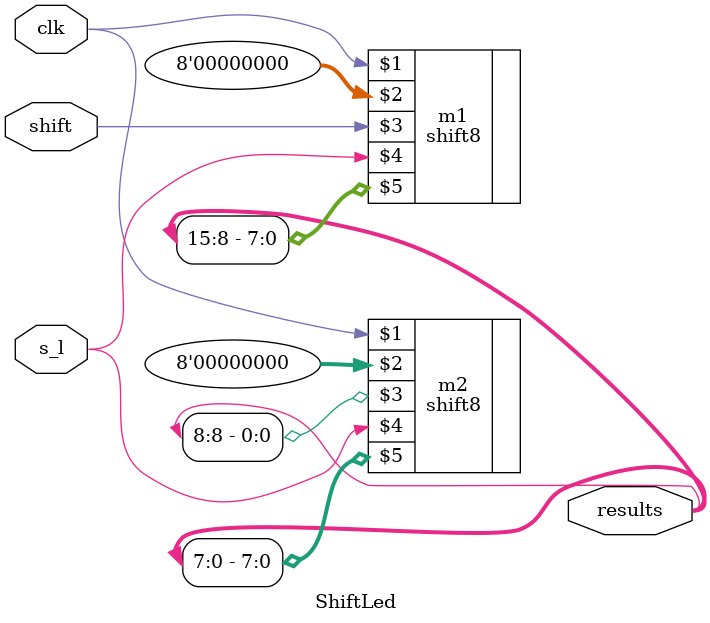
<source format=v>
`timescale 1ns / 1ps
module ShiftLed(
input clk,
input shift,
input s_l,
output [15:0]results
    );
 shift8 m1(clk,8'b0,shift,s_l,results[15:8]);
 shift8 m2(clk,8'b0,results[8],s_l,results[7:0]);

endmodule

</source>
